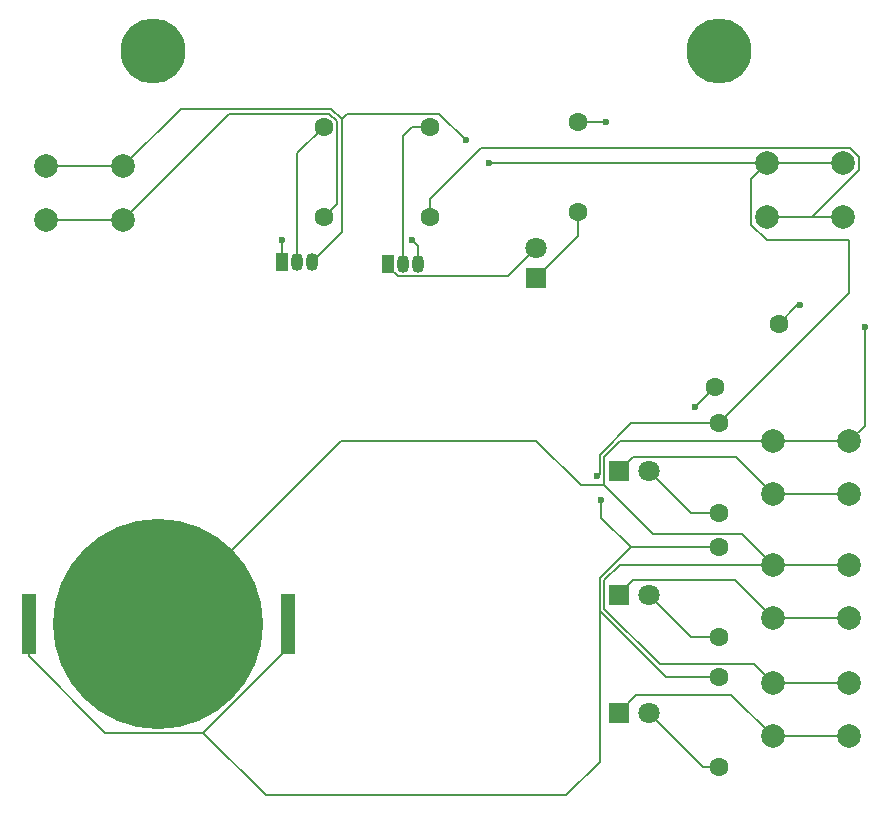
<source format=gtl>
G04 #@! TF.GenerationSoftware,KiCad,Pcbnew,9.0.2*
G04 #@! TF.CreationDate,2025-07-01T21:27:39-07:00*
G04 #@! TF.ProjectId,idkwhatimdoing,69646b77-6861-4746-996d-646f696e672e,rev?*
G04 #@! TF.SameCoordinates,Original*
G04 #@! TF.FileFunction,Copper,L1,Top*
G04 #@! TF.FilePolarity,Positive*
%FSLAX46Y46*%
G04 Gerber Fmt 4.6, Leading zero omitted, Abs format (unit mm)*
G04 Created by KiCad (PCBNEW 9.0.2) date 2025-07-01 21:27:39*
%MOMM*%
%LPD*%
G01*
G04 APERTURE LIST*
G04 #@! TA.AperFunction,ComponentPad*
%ADD10C,1.600000*%
G04 #@! TD*
G04 #@! TA.AperFunction,ComponentPad*
%ADD11C,2.000000*%
G04 #@! TD*
G04 #@! TA.AperFunction,ComponentPad*
%ADD12R,1.800000X1.800000*%
G04 #@! TD*
G04 #@! TA.AperFunction,ComponentPad*
%ADD13C,1.800000*%
G04 #@! TD*
G04 #@! TA.AperFunction,ComponentPad*
%ADD14R,1.050000X1.500000*%
G04 #@! TD*
G04 #@! TA.AperFunction,ComponentPad*
%ADD15O,1.050000X1.500000*%
G04 #@! TD*
G04 #@! TA.AperFunction,SMDPad,CuDef*
%ADD16R,1.270000X5.080000*%
G04 #@! TD*
G04 #@! TA.AperFunction,SMDPad,CuDef*
%ADD17C,17.800000*%
G04 #@! TD*
G04 #@! TA.AperFunction,ViaPad*
%ADD18C,0.600000*%
G04 #@! TD*
G04 #@! TA.AperFunction,ViaPad*
%ADD19C,5.500000*%
G04 #@! TD*
G04 #@! TA.AperFunction,Conductor*
%ADD20C,0.200000*%
G04 #@! TD*
G04 APERTURE END LIST*
D10*
G04 #@! TO.P,R_AND2,2*
G04 #@! TO.N,Net-(BT1--)*
X122000000Y-115050000D03*
G04 #@! TO.P,R_AND2,1*
G04 #@! TO.N,Net-(R_AND1-Pad2)*
X116611846Y-120438154D03*
G04 #@! TD*
D11*
G04 #@! TO.P,SW1,1,1*
G04 #@! TO.N,Net-(BT1--)*
X121500000Y-125000000D03*
X128000000Y-125000000D03*
G04 #@! TO.P,SW1,2,2*
G04 #@! TO.N,Net-(D1-K)*
X121500000Y-129500000D03*
X128000000Y-129500000D03*
G04 #@! TD*
D10*
G04 #@! TO.P,R3,1*
G04 #@! TO.N,Net-(D3-A)*
X117000000Y-152620000D03*
G04 #@! TO.P,R3,2*
G04 #@! TO.N,Net-(BT1-+)*
X117000000Y-145000000D03*
G04 #@! TD*
D11*
G04 #@! TO.P,SW2,1,1*
G04 #@! TO.N,Net-(BT1--)*
X121500000Y-135500000D03*
X128000000Y-135500000D03*
G04 #@! TO.P,SW2,2,2*
G04 #@! TO.N,Net-(D2-K)*
X121500000Y-140000000D03*
X128000000Y-140000000D03*
G04 #@! TD*
D12*
G04 #@! TO.P,D1,1,K*
G04 #@! TO.N,Net-(D1-K)*
X108460000Y-127560000D03*
D13*
G04 #@! TO.P,D1,2,A*
G04 #@! TO.N,Net-(D1-A)*
X111000000Y-127560000D03*
G04 #@! TD*
D14*
G04 #@! TO.P,Q2,1,E*
G04 #@! TO.N,Net-(D_AND1-A)*
X88960000Y-110000000D03*
D15*
G04 #@! TO.P,Q2,2,B*
G04 #@! TO.N,Net-(Q2-B)*
X90230000Y-110000000D03*
G04 #@! TO.P,Q2,3,C*
G04 #@! TO.N,Net-(Q1-E)*
X91500000Y-110000000D03*
G04 #@! TD*
D16*
G04 #@! TO.P,BT1,1,+*
G04 #@! TO.N,Net-(BT1-+)*
X58515000Y-140500000D03*
X80485000Y-140500000D03*
D17*
G04 #@! TO.P,BT1,2,-*
G04 #@! TO.N,Net-(BT1--)*
X69500000Y-140500000D03*
G04 #@! TD*
D11*
G04 #@! TO.P,SW3,1,1*
G04 #@! TO.N,Net-(BT1--)*
X121500000Y-145500000D03*
X128000000Y-145500000D03*
G04 #@! TO.P,SW3,2,2*
G04 #@! TO.N,Net-(D3-K)*
X121500000Y-150000000D03*
X128000000Y-150000000D03*
G04 #@! TD*
D14*
G04 #@! TO.P,Q1,1,E*
G04 #@! TO.N,Net-(Q1-E)*
X79960000Y-109810000D03*
D15*
G04 #@! TO.P,Q1,2,B*
G04 #@! TO.N,Net-(Q1-B)*
X81230000Y-109810000D03*
G04 #@! TO.P,Q1,3,C*
G04 #@! TO.N,Net-(BT1-+)*
X82500000Y-109810000D03*
G04 #@! TD*
D10*
G04 #@! TO.P,R_AND1,1*
G04 #@! TO.N,Net-(D_AND1-K)*
X105000000Y-105620000D03*
G04 #@! TO.P,R_AND1,2*
G04 #@! TO.N,Net-(R_AND1-Pad2)*
X105000000Y-98000000D03*
G04 #@! TD*
D12*
G04 #@! TO.P,D3,1,K*
G04 #@! TO.N,Net-(D3-K)*
X108460000Y-148000000D03*
D13*
G04 #@! TO.P,D3,2,A*
G04 #@! TO.N,Net-(D3-A)*
X111000000Y-148000000D03*
G04 #@! TD*
D10*
G04 #@! TO.P,R_B1,1*
G04 #@! TO.N,Net-(R_B1-Pad1)*
X92500000Y-106000000D03*
G04 #@! TO.P,R_B1,2*
G04 #@! TO.N,Net-(Q2-B)*
X92500000Y-98380000D03*
G04 #@! TD*
G04 #@! TO.P,R1,1*
G04 #@! TO.N,Net-(BT1-+)*
X117000000Y-123500000D03*
G04 #@! TO.P,R1,2*
G04 #@! TO.N,Net-(D1-A)*
X117000000Y-131120000D03*
G04 #@! TD*
D11*
G04 #@! TO.P,SW_A1,1,1*
G04 #@! TO.N,Net-(BT1-+)*
X60000000Y-101750000D03*
X66500000Y-101750000D03*
G04 #@! TO.P,SW_A1,2,2*
G04 #@! TO.N,Net-(R_A1-Pad1)*
X60000000Y-106250000D03*
X66500000Y-106250000D03*
G04 #@! TD*
D12*
G04 #@! TO.P,D2,1,K*
G04 #@! TO.N,Net-(D2-K)*
X108460000Y-138000000D03*
D13*
G04 #@! TO.P,D2,2,A*
G04 #@! TO.N,Net-(D2-A)*
X111000000Y-138000000D03*
G04 #@! TD*
D12*
G04 #@! TO.P,D_AND1,1,K*
G04 #@! TO.N,Net-(D_AND1-K)*
X101500000Y-111160000D03*
D13*
G04 #@! TO.P,D_AND1,2,A*
G04 #@! TO.N,Net-(D_AND1-A)*
X101500000Y-108620000D03*
G04 #@! TD*
D10*
G04 #@! TO.P,R_A1,1*
G04 #@! TO.N,Net-(R_A1-Pad1)*
X83500000Y-106000000D03*
G04 #@! TO.P,R_A1,2*
G04 #@! TO.N,Net-(Q1-B)*
X83500000Y-98380000D03*
G04 #@! TD*
G04 #@! TO.P,R2,1*
G04 #@! TO.N,Net-(D2-A)*
X117000000Y-141620000D03*
G04 #@! TO.P,R2,2*
G04 #@! TO.N,Net-(BT1-+)*
X117000000Y-134000000D03*
G04 #@! TD*
D11*
G04 #@! TO.P,SW_B1,2,2*
G04 #@! TO.N,Net-(R_B1-Pad1)*
X127500000Y-106000000D03*
X121000000Y-106000000D03*
G04 #@! TO.P,SW_B1,1,1*
G04 #@! TO.N,Net-(BT1-+)*
X127500000Y-101500000D03*
X121000000Y-101500000D03*
G04 #@! TD*
D18*
G04 #@! TO.N,Net-(R_AND1-Pad2)*
X107400000Y-98000000D03*
X114900000Y-122150000D03*
G04 #@! TO.N,Net-(BT1--)*
X123850000Y-113500000D03*
X129300000Y-115350000D03*
D19*
G04 #@! TO.N,*
X69000000Y-92000000D03*
X117000000Y-92000000D03*
D18*
G04 #@! TO.N,Net-(BT1-+)*
X97500000Y-101500000D03*
X95500000Y-99500000D03*
X107000000Y-130000000D03*
X106659000Y-128000000D03*
G04 #@! TO.N,Net-(Q1-E)*
X80000000Y-108000000D03*
X91000000Y-108000000D03*
G04 #@! TD*
D20*
G04 #@! TO.N,Net-(BT1--)*
X121500000Y-125000000D02*
X108618000Y-125000000D01*
X108618000Y-125000000D02*
X107259000Y-126359000D01*
X107259000Y-126359000D02*
X107259000Y-128761000D01*
G04 #@! TO.N,Net-(BT1-+)*
X117000000Y-134000000D02*
X109490900Y-134000000D01*
G04 #@! TO.N,Net-(BT1--)*
X121500000Y-145500000D02*
X119899000Y-143899000D01*
X119899000Y-143899000D02*
X111957000Y-143899000D01*
X111957000Y-143899000D02*
X107259000Y-139201000D01*
X107259000Y-139201000D02*
X107259000Y-136799000D01*
X108558000Y-135500000D02*
X121500000Y-135500000D01*
X107259000Y-136799000D02*
X108558000Y-135500000D01*
X129300000Y-115350000D02*
X129300000Y-123700000D01*
X129300000Y-123700000D02*
X128000000Y-125000000D01*
G04 #@! TO.N,Net-(R_AND1-Pad2)*
X107400000Y-98000000D02*
X105000000Y-98000000D01*
X116611846Y-120438154D02*
X114900000Y-122150000D01*
G04 #@! TO.N,Net-(BT1--)*
X123550000Y-113500000D02*
X122000000Y-115050000D01*
X129301000Y-115349000D02*
X129300000Y-115350000D01*
X123850000Y-113500000D02*
X123550000Y-113500000D01*
G04 #@! TO.N,Net-(BT1-+)*
X128000000Y-112500000D02*
X117000000Y-123500000D01*
X121000000Y-101500000D02*
X119699000Y-102801000D01*
X85002000Y-97757850D02*
X84122150Y-96878000D01*
X106858000Y-126192900D02*
X106858000Y-127801000D01*
X58515000Y-143240000D02*
X58515000Y-140500000D01*
X73311179Y-149701000D02*
X64976000Y-149701000D01*
X106858000Y-152142000D02*
X104000000Y-155000000D01*
X78610179Y-155000000D02*
X73311179Y-149701000D01*
X80485000Y-140500000D02*
X80485000Y-142527179D01*
X60000000Y-101750000D02*
X66500000Y-101750000D01*
X109550900Y-123500000D02*
X106858000Y-126192900D01*
X112490900Y-145000000D02*
X117000000Y-145000000D01*
X106858000Y-139367100D02*
X112490900Y-145000000D01*
X121000000Y-108000000D02*
X128000000Y-108000000D01*
X119699000Y-102801000D02*
X119699000Y-106699000D01*
X106858000Y-136632900D02*
X106858000Y-139367100D01*
X106858000Y-136632900D02*
X109490900Y-134000000D01*
X119699000Y-106699000D02*
X121000000Y-108000000D01*
X127500000Y-101500000D02*
X121000000Y-101500000D01*
X99703140Y-101500000D02*
X121000000Y-101500000D01*
X84122150Y-96878000D02*
X71372000Y-96878000D01*
X95500000Y-99500000D02*
X93279000Y-97279000D01*
X80485000Y-142527179D02*
X73311179Y-149701000D01*
X85002000Y-107308000D02*
X85002000Y-97757850D01*
X107000000Y-130000000D02*
X107000000Y-131509100D01*
X107000000Y-131509100D02*
X109490900Y-134000000D01*
X106858000Y-139367100D02*
X106858000Y-152142000D01*
X64976000Y-149701000D02*
X58515000Y-143240000D01*
X93279000Y-97279000D02*
X85480850Y-97279000D01*
X85480850Y-97279000D02*
X85002000Y-97757850D01*
X117000000Y-123500000D02*
X109550900Y-123500000D01*
X82500000Y-109810000D02*
X85002000Y-107308000D01*
X104000000Y-155000000D02*
X78610179Y-155000000D01*
X99703140Y-101500000D02*
X97500000Y-101500000D01*
X71372000Y-96878000D02*
X66500000Y-101750000D01*
X128000000Y-108000000D02*
X128000000Y-112500000D01*
X106858000Y-127801000D02*
X106659000Y-128000000D01*
G04 #@! TO.N,Net-(BT1--)*
X118899000Y-132899000D02*
X121500000Y-135500000D01*
X128000000Y-125000000D02*
X121500000Y-125000000D01*
X85000000Y-125000000D02*
X69500000Y-140500000D01*
X111397000Y-132899000D02*
X118899000Y-132899000D01*
X128000000Y-145500000D02*
X121500000Y-145500000D01*
X107259000Y-128761000D02*
X105261000Y-128761000D01*
X105261000Y-128761000D02*
X101500000Y-125000000D01*
X128000000Y-135500000D02*
X121500000Y-135500000D01*
X101500000Y-125000000D02*
X85000000Y-125000000D01*
X107259000Y-128761000D02*
X111397000Y-132899000D01*
G04 #@! TO.N,Net-(D1-A)*
X114560000Y-131120000D02*
X111000000Y-127560000D01*
X117000000Y-131120000D02*
X114560000Y-131120000D01*
G04 #@! TO.N,Net-(D1-K)*
X121500000Y-129500000D02*
X118359000Y-126359000D01*
X118359000Y-126359000D02*
X109661000Y-126359000D01*
X109661000Y-126359000D02*
X108460000Y-127560000D01*
X128000000Y-129500000D02*
X121500000Y-129500000D01*
G04 #@! TO.N,Net-(D3-A)*
X117000000Y-152620000D02*
X115620000Y-152620000D01*
X115620000Y-152620000D02*
X111000000Y-148000000D01*
G04 #@! TO.N,Net-(D3-K)*
X118000000Y-146500000D02*
X109960000Y-146500000D01*
X121500000Y-150000000D02*
X118000000Y-146500000D01*
X128000000Y-150000000D02*
X121500000Y-150000000D01*
X109960000Y-146500000D02*
X108460000Y-148000000D01*
G04 #@! TO.N,Net-(Q1-B)*
X81230000Y-100650000D02*
X83500000Y-98380000D01*
X81230000Y-109810000D02*
X81230000Y-100650000D01*
G04 #@! TO.N,Net-(Q1-E)*
X80000000Y-108000000D02*
X80000000Y-109770000D01*
X91500000Y-110000000D02*
X91500000Y-108500000D01*
X91500000Y-108500000D02*
X91000000Y-108000000D01*
X80000000Y-109770000D02*
X79960000Y-109810000D01*
G04 #@! TO.N,Net-(Q2-B)*
X91000000Y-98380000D02*
X92500000Y-98380000D01*
X91000000Y-98380000D02*
X90230000Y-99150000D01*
X90230000Y-99150000D02*
X90230000Y-110000000D01*
G04 #@! TO.N,Net-(R_A1-Pad1)*
X75471000Y-97279000D02*
X66500000Y-106250000D01*
X84601000Y-104899000D02*
X84601000Y-97923950D01*
X83500000Y-106000000D02*
X84601000Y-104899000D01*
X60000000Y-106250000D02*
X66500000Y-106250000D01*
X83956050Y-97279000D02*
X75471000Y-97279000D01*
X84601000Y-97923950D02*
X83956050Y-97279000D01*
G04 #@! TO.N,Net-(R_B1-Pad1)*
X92500000Y-104500000D02*
X92500000Y-106000000D01*
X121000000Y-106000000D02*
X124839892Y-106000000D01*
X121000000Y-106000000D02*
X127500000Y-106000000D01*
X128801000Y-100961108D02*
X128038892Y-100199000D01*
X128801000Y-102038892D02*
X128801000Y-100961108D01*
X128038892Y-100199000D02*
X96801000Y-100199000D01*
X124839892Y-106000000D02*
X128801000Y-102038892D01*
X96801000Y-100199000D02*
X92500000Y-104500000D01*
G04 #@! TO.N,Net-(D2-A)*
X114620000Y-141620000D02*
X111000000Y-138000000D01*
X117000000Y-141620000D02*
X114620000Y-141620000D01*
G04 #@! TO.N,Net-(D2-K)*
X128000000Y-140000000D02*
X121500000Y-140000000D01*
X121500000Y-140000000D02*
X118299000Y-136799000D01*
X118299000Y-136799000D02*
X109661000Y-136799000D01*
X109661000Y-136799000D02*
X108460000Y-138000000D01*
G04 #@! TO.N,Net-(D_AND1-K)*
X101500000Y-111160000D02*
X105000000Y-107660000D01*
X105000000Y-107660000D02*
X105000000Y-105620000D01*
G04 #@! TO.N,Net-(D_AND1-A)*
X89786000Y-111051000D02*
X88960000Y-110225000D01*
X88960000Y-110225000D02*
X88960000Y-110000000D01*
X101500000Y-108620000D02*
X99069000Y-111051000D01*
X99069000Y-111051000D02*
X89786000Y-111051000D01*
G04 #@! TD*
M02*

</source>
